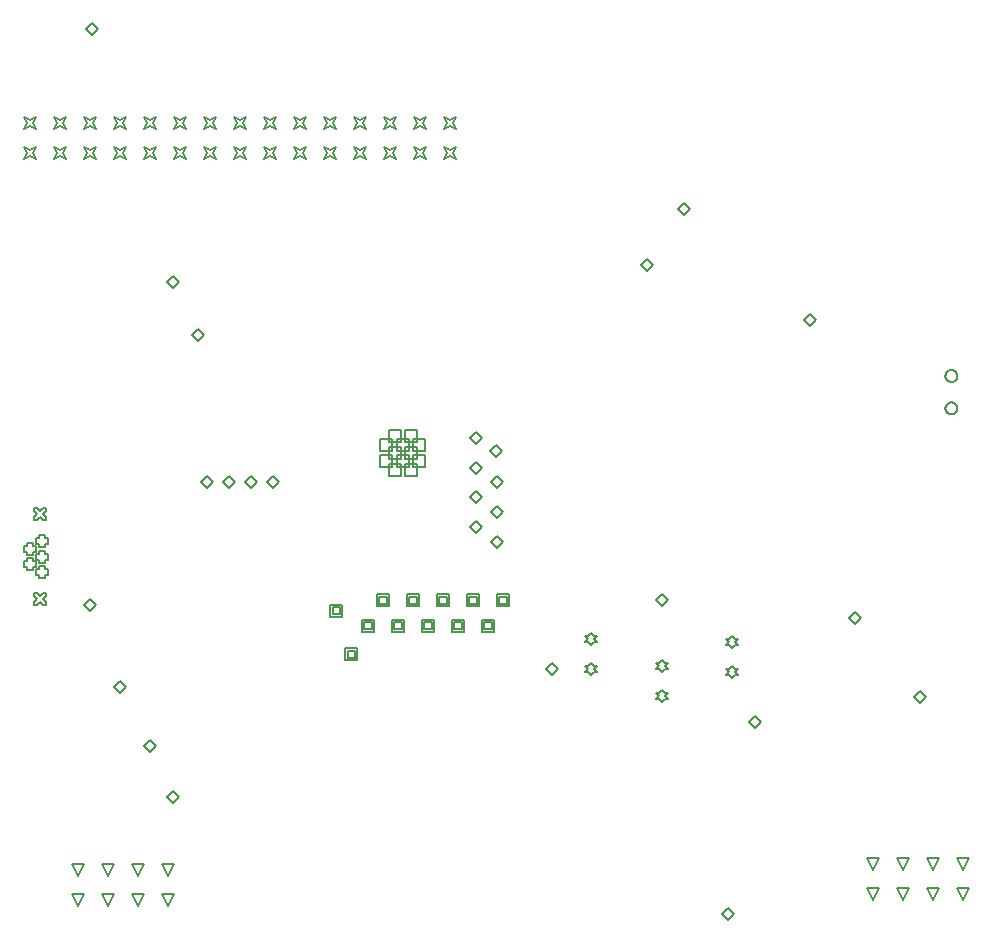
<source format=gbr>
%FSTAX23Y23*%
%MOMM*%
%SFA1B1*%

%IPPOS*%
%ADD16C,0.127000*%
%ADD82C,0.169300*%
%LNpcb1_drawing_1-1*%
%LPD*%
G54D16*
X49784Y23495D02*
X50038Y23749D01*
X50292*
X50038Y24003*
X50292Y24257*
X50038*
X49784Y24511*
X4953Y24257*
X49276*
X4953Y24003*
X49276Y23749*
X4953*
X49784Y23495*
Y26035D02*
X50038Y26289D01*
X50292*
X50038Y26543*
X50292Y26797*
X50038*
X49784Y27051*
X4953Y26797*
X49276*
X4953Y26543*
X49276Y26289*
X4953*
X49784Y26035*
X0635Y03937D02*
X05842Y04953D01*
X06858*
X0635Y03937*
X0889D02*
X08382Y04953D01*
X09398*
X0889Y03937*
X1143D02*
X10922Y04953D01*
X11938*
X1143Y03937*
X1397D02*
X13462Y04953D01*
X14478*
X1397Y03937*
X0635Y06477D02*
X05842Y07493D01*
X06858*
X0635Y06477*
X0889D02*
X08382Y07493D01*
X09398*
X0889Y06477*
X1143D02*
X10922Y07493D01*
X11938*
X1143Y06477*
X1397D02*
X13462Y07493D01*
X14478*
X1397Y06477*
X37338Y67183D02*
X37592Y67691D01*
X37338Y68199*
X37846Y67945*
X38354Y68199*
X381Y67691*
X38354Y67183*
X37846Y67437*
X37338Y67183*
Y69723D02*
X37592Y70231D01*
X37338Y70739*
X37846Y70485*
X38354Y70739*
X381Y70231*
X38354Y69723*
X37846Y69977*
X37338Y69723*
X34798Y67183D02*
X35052Y67691D01*
X34798Y68199*
X35306Y67945*
X35814Y68199*
X3556Y67691*
X35814Y67183*
X35306Y67437*
X34798Y67183*
Y69723D02*
X35052Y70231D01*
X34798Y70739*
X35306Y70485*
X35814Y70739*
X3556Y70231*
X35814Y69723*
X35306Y69977*
X34798Y69723*
X32258Y67183D02*
X32512Y67691D01*
X32258Y68199*
X32766Y67945*
X33274Y68199*
X3302Y67691*
X33274Y67183*
X32766Y67437*
X32258Y67183*
Y69723D02*
X32512Y70231D01*
X32258Y70739*
X32766Y70485*
X33274Y70739*
X3302Y70231*
X33274Y69723*
X32766Y69977*
X32258Y69723*
X29718Y67183D02*
X29972Y67691D01*
X29718Y68199*
X30226Y67945*
X30734Y68199*
X3048Y67691*
X30734Y67183*
X30226Y67437*
X29718Y67183*
Y69723D02*
X29972Y70231D01*
X29718Y70739*
X30226Y70485*
X30734Y70739*
X3048Y70231*
X30734Y69723*
X30226Y69977*
X29718Y69723*
X27178Y67183D02*
X27432Y67691D01*
X27178Y68199*
X27686Y67945*
X28194Y68199*
X2794Y67691*
X28194Y67183*
X27686Y67437*
X27178Y67183*
Y69723D02*
X27432Y70231D01*
X27178Y70739*
X27686Y70485*
X28194Y70739*
X2794Y70231*
X28194Y69723*
X27686Y69977*
X27178Y69723*
X24638Y67183D02*
X24892Y67691D01*
X24638Y68199*
X25146Y67945*
X25654Y68199*
X254Y67691*
X25654Y67183*
X25146Y67437*
X24638Y67183*
Y69723D02*
X24892Y70231D01*
X24638Y70739*
X25146Y70485*
X25654Y70739*
X254Y70231*
X25654Y69723*
X25146Y69977*
X24638Y69723*
X22098Y67183D02*
X22352Y67691D01*
X22098Y68199*
X22606Y67945*
X23114Y68199*
X2286Y67691*
X23114Y67183*
X22606Y67437*
X22098Y67183*
Y69723D02*
X22352Y70231D01*
X22098Y70739*
X22606Y70485*
X23114Y70739*
X2286Y70231*
X23114Y69723*
X22606Y69977*
X22098Y69723*
X19558Y67183D02*
X19812Y67691D01*
X19558Y68199*
X20066Y67945*
X20574Y68199*
X2032Y67691*
X20574Y67183*
X20066Y67437*
X19558Y67183*
Y69723D02*
X19812Y70231D01*
X19558Y70739*
X20066Y70485*
X20574Y70739*
X2032Y70231*
X20574Y69723*
X20066Y69977*
X19558Y69723*
X17018Y67183D02*
X17272Y67691D01*
X17018Y68199*
X17526Y67945*
X18034Y68199*
X1778Y67691*
X18034Y67183*
X17526Y67437*
X17018Y67183*
Y69723D02*
X17272Y70231D01*
X17018Y70739*
X17526Y70485*
X18034Y70739*
X1778Y70231*
X18034Y69723*
X17526Y69977*
X17018Y69723*
X14478Y67183D02*
X14732Y67691D01*
X14478Y68199*
X14986Y67945*
X15494Y68199*
X1524Y67691*
X15494Y67183*
X14986Y67437*
X14478Y67183*
Y69723D02*
X14732Y70231D01*
X14478Y70739*
X14986Y70485*
X15494Y70739*
X1524Y70231*
X15494Y69723*
X14986Y69977*
X14478Y69723*
X11938Y67183D02*
X12192Y67691D01*
X11938Y68199*
X12446Y67945*
X12954Y68199*
X127Y67691*
X12954Y67183*
X12446Y67437*
X11938Y67183*
Y69723D02*
X12192Y70231D01*
X11938Y70739*
X12446Y70485*
X12954Y70739*
X127Y70231*
X12954Y69723*
X12446Y69977*
X11938Y69723*
X09398Y67183D02*
X09652Y67691D01*
X09398Y68199*
X09906Y67945*
X10414Y68199*
X1016Y67691*
X10414Y67183*
X09906Y67437*
X09398Y67183*
Y69723D02*
X09652Y70231D01*
X09398Y70739*
X09906Y70485*
X10414Y70739*
X1016Y70231*
X10414Y69723*
X09906Y69977*
X09398Y69723*
X06858Y67183D02*
X07112Y67691D01*
X06858Y68199*
X07366Y67945*
X07874Y68199*
X0762Y67691*
X07874Y67183*
X07366Y67437*
X06858Y67183*
Y69723D02*
X07112Y70231D01*
X06858Y70739*
X07366Y70485*
X07874Y70739*
X0762Y70231*
X07874Y69723*
X07366Y69977*
X06858Y69723*
X04318Y67183D02*
X04572Y67691D01*
X04318Y68199*
X04826Y67945*
X05334Y68199*
X0508Y67691*
X05334Y67183*
X04826Y67437*
X04318Y67183*
Y69723D02*
X04572Y70231D01*
X04318Y70739*
X04826Y70485*
X05334Y70739*
X0508Y70231*
X05334Y69723*
X04826Y69977*
X04318Y69723*
X01778Y67183D02*
X02032Y67691D01*
X01778Y68199*
X02286Y67945*
X02794Y68199*
X0254Y67691*
X02794Y67183*
X02286Y67437*
X01778Y67183*
Y69723D02*
X02032Y70231D01*
X01778Y70739*
X02286Y70485*
X02794Y70739*
X0254Y70231*
X02794Y69723*
X02286Y69977*
X01778Y69723*
X3331Y42509D02*
Y43525D01*
X34326*
Y42509*
X3331*
X3191D02*
Y43525D01*
X32926*
Y42509*
X3191*
X3471D02*
Y43525D01*
X35726*
Y42509*
X3471*
X3191Y41109D02*
Y42125D01*
X32926*
Y41109*
X3191*
X3331D02*
Y42125D01*
X34326*
Y41109*
X3331*
X3471D02*
Y42125D01*
X35726*
Y41109*
X3471*
X3261Y43209D02*
Y44225D01*
X33626*
Y43209*
X3261*
X3401D02*
Y44225D01*
X35026*
Y43209*
X3401*
X3261Y41809D02*
Y42825D01*
X33626*
Y41809*
X3261*
X3401D02*
Y42825D01*
X35026*
Y41809*
X3401*
X3261Y40409D02*
Y41425D01*
X33626*
Y40409*
X3261*
X3401D02*
Y41425D01*
X35026*
Y40409*
X3401*
X02032Y32639D02*
Y32385D01*
X0254*
Y32639*
X02794*
Y33147*
X0254*
Y33401*
X02032*
Y33147*
X01778*
Y32639*
X02032*
Y33938D02*
Y33684D01*
X0254*
Y33938*
X02794*
Y34446*
X0254*
Y347*
X02032*
Y34446*
X01778*
Y33938*
X02032*
X03031Y31988D02*
Y31734D01*
X03539*
Y31988*
X03793*
Y32496*
X03539*
Y3275*
X03031*
Y32496*
X02777*
Y31988*
X03031*
Y33288D02*
Y33034D01*
X03539*
Y33288*
X03793*
Y33796*
X03539*
Y3405*
X03031*
Y33796*
X02777*
Y33288*
X03031*
X02557Y36609D02*
X02811D01*
X03065Y36863*
X03319Y36609*
X03573*
Y36863*
X03319Y37117*
X03573Y37371*
Y37625*
X03319*
X03065Y37371*
X02811Y37625*
X02557*
Y37371*
X02811Y37117*
X02557Y36863*
Y36609*
Y29459D02*
X02811D01*
X03065Y29713*
X03319Y29459*
X03573*
Y29713*
X03319Y29967*
X03573Y30221*
Y30475*
X03319*
X03065Y30221*
X02811Y30475*
X02557*
Y30221*
X02811Y29967*
X02557Y29713*
Y29459*
X03031Y34588D02*
Y34334D01*
X03539*
Y34588*
X03793*
Y35096*
X03539*
Y3535*
X03031*
Y35096*
X02777*
Y34588*
X03031*
X61722Y23241D02*
X61976Y23495D01*
X6223*
X61976Y23749*
X6223Y24003*
X61976*
X61722Y24257*
X61468Y24003*
X61214*
X61468Y23749*
X61214Y23495*
X61468*
X61722Y23241*
Y25781D02*
X61976Y26035D01*
X6223*
X61976Y26289*
X6223Y26543*
X61976*
X61722Y26797*
X61468Y26543*
X61214*
X61468Y26289*
X61214Y26035*
X61468*
X61722Y25781*
X55753Y21209D02*
X56007Y21463D01*
X56261*
X56007Y21717*
X56261Y21971*
X56007*
X55753Y22225*
X55499Y21971*
X55245*
X55499Y21717*
X55245Y21463*
X55499*
X55753Y21209*
Y23749D02*
X56007Y24003D01*
X56261*
X56007Y24257*
X56261Y24511*
X56007*
X55753Y24765*
X55499Y24511*
X55245*
X55499Y24257*
X55245Y24003*
X55499*
X55753Y23749*
X7366Y04445D02*
X73152Y05461D01*
X74168*
X7366Y04445*
X762D02*
X75692Y05461D01*
X76708*
X762Y04445*
X7874D02*
X78232Y05461D01*
X79248*
X7874Y04445*
X8128D02*
X80772Y05461D01*
X81788*
X8128Y04445*
X7366Y06985D02*
X73152Y08001D01*
X74168*
X7366Y06985*
X762D02*
X75692Y08001D01*
X76708*
X762Y06985*
X7874D02*
X78232Y08001D01*
X79248*
X7874Y06985*
X8128D02*
X80772Y08001D01*
X81788*
X8128Y06985*
X11938Y17526D02*
X12446Y18034D01*
X12954Y17526*
X12446Y17018*
X11938Y17526*
X71628Y28321D02*
X72136Y28829D01*
X72644Y28321*
X72136Y27813*
X71628Y28321*
X40513Y27178D02*
Y28194D01*
X41529*
Y27178*
X40513*
X40716Y27381D02*
Y2799D01*
X41325*
Y27381*
X40716*
X28956Y24765D02*
Y25781D01*
X29972*
Y24765*
X28956*
X29159Y24968D02*
Y25577D01*
X29768*
Y24968*
X29159*
X27686Y28448D02*
Y29464D01*
X28702*
Y28448*
X27686*
X27889Y28651D02*
Y2926D01*
X28498*
Y28651*
X27889*
X63119Y19558D02*
X63627Y20066D01*
X64135Y19558*
X63627Y1905*
X63119Y19558*
X55245Y29845D02*
X55753Y30353D01*
X56261Y29845*
X55753Y29337*
X55245Y29845*
X60833Y03302D02*
X61341Y0381D01*
X61849Y03302*
X61341Y02794*
X60833Y03302*
X13843Y13208D02*
X14351Y13716D01*
X14859Y13208*
X14351Y127*
X13843Y13208*
X77089Y21653D02*
X77597Y22161D01*
X78105Y21653*
X77597Y21145*
X77089Y21653*
X13843Y56769D02*
X14351Y57277D01*
X14859Y56769*
X14351Y56261*
X13843Y56769*
X16002Y52324D02*
X1651Y52832D01*
X17018Y52324*
X1651Y51816*
X16002Y52324*
X16764Y39878D02*
X17272Y40386D01*
X1778Y39878*
X17272Y3937*
X16764Y39878*
X18626D02*
X19134Y40386D01*
X19642Y39878*
X19134Y3937*
X18626Y39878*
X20489D02*
X20997Y40386D01*
X21505Y39878*
X20997Y3937*
X20489Y39878*
X22352D02*
X2286Y40386D01*
X23368Y39878*
X2286Y3937*
X22352Y39878*
X30353Y27178D02*
Y28194D01*
X31369*
Y27178*
X30353*
X30556Y27381D02*
Y2799D01*
X31165*
Y27381*
X30556*
X06985Y78232D02*
X07493Y7874D01*
X08001Y78232*
X07493Y77724*
X06985Y78232*
X54021Y58266D02*
X54529Y58774D01*
X55037Y58266*
X54529Y57758*
X54021Y58266*
X34163Y29337D02*
Y30353D01*
X35179*
Y29337*
X34163*
X34366Y2954D02*
Y30149D01*
X34975*
Y2954*
X34366*
X36703Y29337D02*
Y30353D01*
X37719*
Y29337*
X36703*
X36906Y2954D02*
Y30149D01*
X37515*
Y2954*
X36906*
X31623Y29337D02*
Y30353D01*
X32639*
Y29337*
X31623*
X31826Y2954D02*
Y30149D01*
X32435*
Y2954*
X31826*
X37973Y27178D02*
Y28194D01*
X38989*
Y27178*
X37973*
X38176Y27381D02*
Y2799D01*
X38785*
Y27381*
X38176*
X39497Y36068D02*
X40005Y36576D01*
X40513Y36068*
X40005Y3556*
X39497Y36068*
X39498Y43559D02*
X40006Y44067D01*
X40514Y43559*
X40006Y43051*
X39498Y43559*
X39497Y41063D02*
X40005Y41571D01*
X40513Y41063*
X40005Y40555*
X39497Y41063*
X41207Y4248D02*
X41715Y42988D01*
X42223Y4248*
X41715Y41972*
X41207Y4248*
X41275Y39878D02*
X41783Y40386D01*
X42291Y39878*
X41783Y3937*
X41275Y39878*
Y37338D02*
X41783Y37846D01*
X42291Y37338*
X41783Y3683*
X41275Y37338*
X39497Y38565D02*
X40005Y39073D01*
X40513Y38565*
X40005Y38057*
X39497Y38565*
X41275Y34798D02*
X41783Y35306D01*
X42291Y34798*
X41783Y3429*
X41275Y34798*
X67818Y53594D02*
X68326Y54102D01*
X68834Y53594*
X68326Y53086*
X67818Y53594*
X5715Y62992D02*
X57658Y635D01*
X58166Y62992*
X57658Y62484*
X5715Y62992*
X09398Y22479D02*
X09906Y22987D01*
X10414Y22479*
X09906Y21971*
X09398Y22479*
X45974Y24003D02*
X46482Y24511D01*
X4699Y24003*
X46482Y23495*
X45974Y24003*
X06858Y29464D02*
X07366Y29972D01*
X07874Y29464*
X07366Y28956*
X06858Y29464*
X41783Y29337D02*
Y30353D01*
X42799*
Y29337*
X41783*
X41986Y2954D02*
Y30149D01*
X42595*
Y2954*
X41986*
X39243Y29337D02*
Y30353D01*
X40259*
Y29337*
X39243*
X39446Y2954D02*
Y30149D01*
X40055*
Y2954*
X39446*
X35433Y27178D02*
Y28194D01*
X36449*
Y27178*
X35433*
X35636Y27381D02*
Y2799D01*
X36245*
Y27381*
X35636*
X32893Y27178D02*
Y28194D01*
X33909*
Y27178*
X32893*
X33096Y27381D02*
Y2799D01*
X33705*
Y27381*
X33096*
G54D82*
X80772Y4885D02*
D01*
X8077Y48886*
X80767Y48921*
X8076Y48956*
X80752Y48991*
X80741Y49024*
X80728Y49057*
X80712Y49089*
X80694Y4912*
X80674Y49149*
X80653Y49177*
X80629Y49203*
X80603Y49228*
X80576Y49251*
X80548Y49272*
X80518Y4929*
X80486Y49307*
X80454Y49321*
X8042Y49334*
X80386Y49343*
X80352Y49351*
X80317Y49356*
X80281Y49358*
X80246*
X8021Y49356*
X80175Y49351*
X80141Y49343*
X80107Y49334*
X80073Y49321*
X80041Y49307*
X8001Y4929*
X79979Y49272*
X79951Y49251*
X79924Y49228*
X79898Y49203*
X79874Y49177*
X79853Y49149*
X79833Y4912*
X79815Y49089*
X79799Y49057*
X79786Y49024*
X79775Y48991*
X79767Y48956*
X7976Y48921*
X79757Y48886*
X79756Y4885*
X79757Y48815*
X7976Y4878*
X79767Y48745*
X79775Y4871*
X79786Y48677*
X79799Y48644*
X79815Y48612*
X79833Y48581*
X79853Y48552*
X79874Y48524*
X79898Y48498*
X79924Y48473*
X79951Y4845*
X79979Y48429*
X8001Y48411*
X80041Y48394*
X80073Y48379*
X80107Y48367*
X80141Y48358*
X80175Y4835*
X8021Y48345*
X80246Y48343*
X80281*
X80317Y48345*
X80352Y4835*
X80386Y48358*
X8042Y48367*
X80454Y48379*
X80486Y48394*
X80518Y48411*
X80548Y48429*
X80576Y4845*
X80603Y48473*
X80629Y48498*
X80653Y48524*
X80674Y48552*
X80694Y48581*
X80712Y48612*
X80728Y48644*
X80741Y48677*
X80752Y4871*
X8076Y48745*
X80767Y4878*
X8077Y48815*
X80772Y4885*
Y46101D02*
D01*
X8077Y46136*
X80767Y46171*
X8076Y46206*
X80752Y46241*
X80741Y46274*
X80728Y46307*
X80712Y46339*
X80694Y4637*
X80674Y46399*
X80653Y46427*
X80629Y46453*
X80603Y46478*
X80576Y46501*
X80548Y46522*
X80518Y4654*
X80486Y46557*
X80454Y46571*
X8042Y46584*
X80386Y46593*
X80352Y46601*
X80317Y46606*
X80281Y46608*
X80246*
X8021Y46606*
X80175Y46601*
X80141Y46593*
X80107Y46584*
X80073Y46571*
X80041Y46557*
X8001Y4654*
X79979Y46522*
X79951Y46501*
X79924Y46478*
X79898Y46453*
X79874Y46427*
X79853Y46399*
X79833Y4637*
X79815Y46339*
X79799Y46307*
X79786Y46274*
X79775Y46241*
X79767Y46206*
X7976Y46171*
X79757Y46136*
X79756Y46101*
X79757Y46065*
X7976Y4603*
X79767Y45995*
X79775Y4596*
X79786Y45927*
X79799Y45894*
X79815Y45862*
X79833Y45831*
X79853Y45802*
X79874Y45774*
X79898Y45748*
X79924Y45723*
X79951Y457*
X79979Y45679*
X8001Y45661*
X80041Y45644*
X80073Y45629*
X80107Y45617*
X80141Y45608*
X80175Y456*
X8021Y45595*
X80246Y45593*
X80281*
X80317Y45595*
X80352Y456*
X80386Y45608*
X8042Y45617*
X80454Y45629*
X80486Y45644*
X80518Y45661*
X80548Y45679*
X80576Y457*
X80603Y45723*
X80629Y45748*
X80653Y45774*
X80674Y45802*
X80694Y45831*
X80712Y45862*
X80728Y45894*
X80741Y45927*
X80752Y4596*
X8076Y45995*
X80767Y4603*
X8077Y46065*
X80772Y46101*
M02*
</source>
